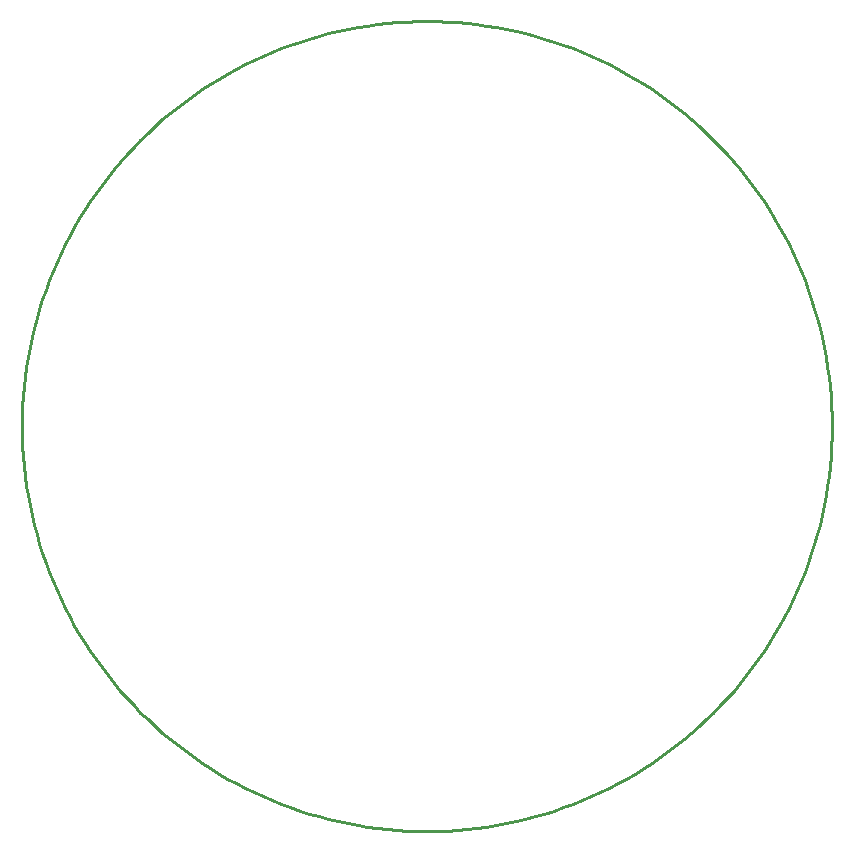
<source format=gko>
G75*
%MOIN*%
%OFA0B0*%
%FSLAX25Y25*%
%IPPOS*%
%LPD*%
%AMOC8*
5,1,8,0,0,1.08239X$1,22.5*
%
%ADD10C,0.01000*%
D10*
X0051250Y0186250D02*
X0051291Y0189563D01*
X0051413Y0192874D01*
X0051616Y0196181D01*
X0051900Y0199482D01*
X0052265Y0202775D01*
X0052711Y0206059D01*
X0053238Y0209330D01*
X0053844Y0212587D01*
X0054530Y0215829D01*
X0055296Y0219052D01*
X0056140Y0222256D01*
X0057063Y0225438D01*
X0058064Y0228597D01*
X0059142Y0231730D01*
X0060296Y0234836D01*
X0061526Y0237912D01*
X0062832Y0240958D01*
X0064211Y0243970D01*
X0065665Y0246948D01*
X0067191Y0249889D01*
X0068788Y0252791D01*
X0070457Y0255654D01*
X0072195Y0258475D01*
X0074002Y0261252D01*
X0075876Y0263984D01*
X0077817Y0266669D01*
X0079823Y0269306D01*
X0081894Y0271893D01*
X0084027Y0274428D01*
X0086222Y0276910D01*
X0088477Y0279338D01*
X0090791Y0281709D01*
X0093162Y0284023D01*
X0095590Y0286278D01*
X0098072Y0288473D01*
X0100607Y0290606D01*
X0103194Y0292677D01*
X0105831Y0294683D01*
X0108516Y0296624D01*
X0111248Y0298498D01*
X0114025Y0300305D01*
X0116846Y0302043D01*
X0119709Y0303712D01*
X0122611Y0305309D01*
X0125552Y0306835D01*
X0128530Y0308289D01*
X0131542Y0309668D01*
X0134588Y0310974D01*
X0137664Y0312204D01*
X0140770Y0313358D01*
X0143903Y0314436D01*
X0147062Y0315437D01*
X0150244Y0316360D01*
X0153448Y0317204D01*
X0156671Y0317970D01*
X0159913Y0318656D01*
X0163170Y0319262D01*
X0166441Y0319789D01*
X0169725Y0320235D01*
X0173018Y0320600D01*
X0176319Y0320884D01*
X0179626Y0321087D01*
X0182937Y0321209D01*
X0186250Y0321250D01*
X0189563Y0321209D01*
X0192874Y0321087D01*
X0196181Y0320884D01*
X0199482Y0320600D01*
X0202775Y0320235D01*
X0206059Y0319789D01*
X0209330Y0319262D01*
X0212587Y0318656D01*
X0215829Y0317970D01*
X0219052Y0317204D01*
X0222256Y0316360D01*
X0225438Y0315437D01*
X0228597Y0314436D01*
X0231730Y0313358D01*
X0234836Y0312204D01*
X0237912Y0310974D01*
X0240958Y0309668D01*
X0243970Y0308289D01*
X0246948Y0306835D01*
X0249889Y0305309D01*
X0252791Y0303712D01*
X0255654Y0302043D01*
X0258475Y0300305D01*
X0261252Y0298498D01*
X0263984Y0296624D01*
X0266669Y0294683D01*
X0269306Y0292677D01*
X0271893Y0290606D01*
X0274428Y0288473D01*
X0276910Y0286278D01*
X0279338Y0284023D01*
X0281709Y0281709D01*
X0284023Y0279338D01*
X0286278Y0276910D01*
X0288473Y0274428D01*
X0290606Y0271893D01*
X0292677Y0269306D01*
X0294683Y0266669D01*
X0296624Y0263984D01*
X0298498Y0261252D01*
X0300305Y0258475D01*
X0302043Y0255654D01*
X0303712Y0252791D01*
X0305309Y0249889D01*
X0306835Y0246948D01*
X0308289Y0243970D01*
X0309668Y0240958D01*
X0310974Y0237912D01*
X0312204Y0234836D01*
X0313358Y0231730D01*
X0314436Y0228597D01*
X0315437Y0225438D01*
X0316360Y0222256D01*
X0317204Y0219052D01*
X0317970Y0215829D01*
X0318656Y0212587D01*
X0319262Y0209330D01*
X0319789Y0206059D01*
X0320235Y0202775D01*
X0320600Y0199482D01*
X0320884Y0196181D01*
X0321087Y0192874D01*
X0321209Y0189563D01*
X0321250Y0186250D01*
X0321209Y0182937D01*
X0321087Y0179626D01*
X0320884Y0176319D01*
X0320600Y0173018D01*
X0320235Y0169725D01*
X0319789Y0166441D01*
X0319262Y0163170D01*
X0318656Y0159913D01*
X0317970Y0156671D01*
X0317204Y0153448D01*
X0316360Y0150244D01*
X0315437Y0147062D01*
X0314436Y0143903D01*
X0313358Y0140770D01*
X0312204Y0137664D01*
X0310974Y0134588D01*
X0309668Y0131542D01*
X0308289Y0128530D01*
X0306835Y0125552D01*
X0305309Y0122611D01*
X0303712Y0119709D01*
X0302043Y0116846D01*
X0300305Y0114025D01*
X0298498Y0111248D01*
X0296624Y0108516D01*
X0294683Y0105831D01*
X0292677Y0103194D01*
X0290606Y0100607D01*
X0288473Y0098072D01*
X0286278Y0095590D01*
X0284023Y0093162D01*
X0281709Y0090791D01*
X0279338Y0088477D01*
X0276910Y0086222D01*
X0274428Y0084027D01*
X0271893Y0081894D01*
X0269306Y0079823D01*
X0266669Y0077817D01*
X0263984Y0075876D01*
X0261252Y0074002D01*
X0258475Y0072195D01*
X0255654Y0070457D01*
X0252791Y0068788D01*
X0249889Y0067191D01*
X0246948Y0065665D01*
X0243970Y0064211D01*
X0240958Y0062832D01*
X0237912Y0061526D01*
X0234836Y0060296D01*
X0231730Y0059142D01*
X0228597Y0058064D01*
X0225438Y0057063D01*
X0222256Y0056140D01*
X0219052Y0055296D01*
X0215829Y0054530D01*
X0212587Y0053844D01*
X0209330Y0053238D01*
X0206059Y0052711D01*
X0202775Y0052265D01*
X0199482Y0051900D01*
X0196181Y0051616D01*
X0192874Y0051413D01*
X0189563Y0051291D01*
X0186250Y0051250D01*
X0182937Y0051291D01*
X0179626Y0051413D01*
X0176319Y0051616D01*
X0173018Y0051900D01*
X0169725Y0052265D01*
X0166441Y0052711D01*
X0163170Y0053238D01*
X0159913Y0053844D01*
X0156671Y0054530D01*
X0153448Y0055296D01*
X0150244Y0056140D01*
X0147062Y0057063D01*
X0143903Y0058064D01*
X0140770Y0059142D01*
X0137664Y0060296D01*
X0134588Y0061526D01*
X0131542Y0062832D01*
X0128530Y0064211D01*
X0125552Y0065665D01*
X0122611Y0067191D01*
X0119709Y0068788D01*
X0116846Y0070457D01*
X0114025Y0072195D01*
X0111248Y0074002D01*
X0108516Y0075876D01*
X0105831Y0077817D01*
X0103194Y0079823D01*
X0100607Y0081894D01*
X0098072Y0084027D01*
X0095590Y0086222D01*
X0093162Y0088477D01*
X0090791Y0090791D01*
X0088477Y0093162D01*
X0086222Y0095590D01*
X0084027Y0098072D01*
X0081894Y0100607D01*
X0079823Y0103194D01*
X0077817Y0105831D01*
X0075876Y0108516D01*
X0074002Y0111248D01*
X0072195Y0114025D01*
X0070457Y0116846D01*
X0068788Y0119709D01*
X0067191Y0122611D01*
X0065665Y0125552D01*
X0064211Y0128530D01*
X0062832Y0131542D01*
X0061526Y0134588D01*
X0060296Y0137664D01*
X0059142Y0140770D01*
X0058064Y0143903D01*
X0057063Y0147062D01*
X0056140Y0150244D01*
X0055296Y0153448D01*
X0054530Y0156671D01*
X0053844Y0159913D01*
X0053238Y0163170D01*
X0052711Y0166441D01*
X0052265Y0169725D01*
X0051900Y0173018D01*
X0051616Y0176319D01*
X0051413Y0179626D01*
X0051291Y0182937D01*
X0051250Y0186250D01*
M02*

</source>
